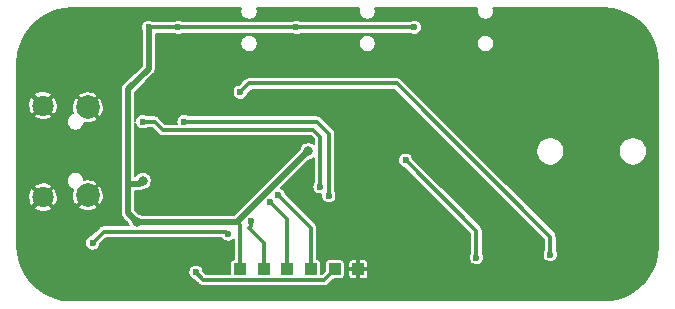
<source format=gbr>
%TF.GenerationSoftware,KiCad,Pcbnew,(5.1.9)-1*%
%TF.CreationDate,2021-12-06T20:25:47-06:00*%
%TF.ProjectId,microkfd,6d696372-6f6b-4666-942e-6b696361645f,A*%
%TF.SameCoordinates,Original*%
%TF.FileFunction,Copper,L2,Bot*%
%TF.FilePolarity,Positive*%
%FSLAX46Y46*%
G04 Gerber Fmt 4.6, Leading zero omitted, Abs format (unit mm)*
G04 Created by KiCad (PCBNEW (5.1.9)-1) date 2021-12-06 20:25:47*
%MOMM*%
%LPD*%
G01*
G04 APERTURE LIST*
%TA.AperFunction,ComponentPad*%
%ADD10C,2.000000*%
%TD*%
%TA.AperFunction,ComponentPad*%
%ADD11C,1.800000*%
%TD*%
%TA.AperFunction,SMDPad,CuDef*%
%ADD12R,1.000000X1.000000*%
%TD*%
%TA.AperFunction,ViaPad*%
%ADD13C,0.600000*%
%TD*%
%TA.AperFunction,ViaPad*%
%ADD14C,0.800000*%
%TD*%
%TA.AperFunction,Conductor*%
%ADD15C,0.375000*%
%TD*%
%TA.AperFunction,Conductor*%
%ADD16C,0.500000*%
%TD*%
%TA.AperFunction,Conductor*%
%ADD17C,0.200000*%
%TD*%
%TA.AperFunction,Conductor*%
%ADD18C,0.100000*%
%TD*%
G04 APERTURE END LIST*
D10*
%TO.P,J1,6*%
%TO.N,GND*%
X96350000Y-96275000D03*
X96350000Y-103725000D03*
D11*
X92550000Y-96125000D03*
X92550000Y-103875000D03*
%TD*%
D12*
%TO.P,TP1,1*%
%TO.N,MOSI*%
X113250000Y-110000000D03*
%TD*%
%TO.P,TP2,1*%
%TO.N,SCK*%
X115250000Y-110000000D03*
%TD*%
%TO.P,TP3,1*%
%TO.N,MISO*%
X111250000Y-110000000D03*
%TD*%
%TO.P,TP4,1*%
%TO.N,RST*%
X117250000Y-110000000D03*
%TD*%
%TO.P,TP5,1*%
%TO.N,+5V*%
X109250000Y-110000000D03*
%TD*%
%TO.P,TP6,1*%
%TO.N,GND*%
X119250000Y-110000000D03*
%TD*%
D13*
%TO.N,GND*%
X144000000Y-92250000D03*
X140500000Y-88250000D03*
X142500000Y-89000000D03*
X143250000Y-90000000D03*
X143750000Y-91000000D03*
X141500000Y-88500000D03*
X91000000Y-97500000D03*
X91000000Y-98500000D03*
X91000000Y-99500000D03*
X91000000Y-100500000D03*
X91000000Y-101500000D03*
X91000000Y-102500000D03*
X91000000Y-106250000D03*
X91000000Y-107250000D03*
X91000000Y-108250000D03*
X91000000Y-93750000D03*
X91000000Y-92750000D03*
X91000000Y-91750000D03*
X100250000Y-107500000D03*
X94750000Y-103750000D03*
X94750000Y-100750000D03*
X111000000Y-90250000D03*
X109000000Y-90250000D03*
X119000000Y-90250000D03*
X121000000Y-90250000D03*
X129000000Y-90250000D03*
X131000000Y-90250000D03*
X111750000Y-93000000D03*
X110750000Y-99250000D03*
X96250000Y-93500000D03*
X97500000Y-93500000D03*
X98750000Y-93500000D03*
X107250000Y-93250000D03*
X106250000Y-93250000D03*
X105250000Y-93250000D03*
X104250000Y-93250000D03*
X103250000Y-93250000D03*
X103000000Y-101500000D03*
X104000000Y-101500000D03*
X105000000Y-101500000D03*
X103500000Y-102250000D03*
X104500000Y-102250000D03*
X102500000Y-102250000D03*
X105500000Y-102250000D03*
X91250000Y-90750000D03*
X91750000Y-89750000D03*
X92500000Y-89000000D03*
X91250000Y-109500000D03*
X95000000Y-112250000D03*
X96000000Y-112250000D03*
X97000000Y-112250000D03*
X98000000Y-112250000D03*
X99000000Y-112250000D03*
X100000000Y-112250000D03*
X101000000Y-112250000D03*
X102000000Y-112250000D03*
X140000000Y-112250000D03*
X139000000Y-112250000D03*
X138000000Y-112250000D03*
X137000000Y-112250000D03*
X136000000Y-112250000D03*
X135000000Y-112250000D03*
X134000000Y-112250000D03*
X133000000Y-112250000D03*
X132000000Y-112250000D03*
X131000000Y-112250000D03*
X130000000Y-112250000D03*
X129000000Y-112250000D03*
X128000000Y-112250000D03*
X127000000Y-112250000D03*
X126000000Y-112250000D03*
X125000000Y-112250000D03*
X124000000Y-112250000D03*
X123000000Y-112250000D03*
X122000000Y-112250000D03*
X121000000Y-112250000D03*
X120000000Y-112250000D03*
X119000000Y-112250000D03*
X144000000Y-107500000D03*
X144000000Y-106500000D03*
X144000000Y-105500000D03*
X144000000Y-104500000D03*
X144000000Y-103500000D03*
X144000000Y-102500000D03*
X144000000Y-101500000D03*
X141250000Y-112000000D03*
X142250000Y-111500000D03*
X143250000Y-110750000D03*
X143750000Y-109750000D03*
X144000000Y-108750000D03*
X144000000Y-100500000D03*
X144000000Y-99500000D03*
X144000000Y-98500000D03*
X144000000Y-93500000D03*
X139500000Y-88250000D03*
X138500000Y-88250000D03*
X137500000Y-88250000D03*
X136500000Y-88250000D03*
X135500000Y-88250000D03*
X134500000Y-88250000D03*
X94500000Y-88250000D03*
X95500000Y-88250000D03*
X96500000Y-88250000D03*
X101500000Y-88250000D03*
X102500000Y-88250000D03*
X103500000Y-88250000D03*
X117500000Y-96000000D03*
X116500000Y-96000000D03*
X115500000Y-96000000D03*
X114500000Y-96000000D03*
X113500000Y-96000000D03*
X114000000Y-96750000D03*
X115000000Y-96750000D03*
X116000000Y-96750000D03*
X117000000Y-96750000D03*
X119000000Y-97500000D03*
X119000000Y-98500000D03*
X119000000Y-99500000D03*
X119000000Y-100500000D03*
X119000000Y-101500000D03*
X118250000Y-101000000D03*
X118250000Y-100000000D03*
X118250000Y-99000000D03*
X118250000Y-98000000D03*
X118250000Y-102000000D03*
X111750000Y-99250000D03*
X112750000Y-99250000D03*
X112250000Y-100000000D03*
X111250000Y-100000000D03*
X93500000Y-88500000D03*
X108000000Y-112250000D03*
X104000000Y-112250000D03*
X109000000Y-112250000D03*
X106000000Y-112250000D03*
X107000000Y-112250000D03*
X105000000Y-112250000D03*
X103000000Y-112250000D03*
X120250000Y-105250000D03*
X120250000Y-106250000D03*
X121250000Y-105250000D03*
X121250000Y-106250000D03*
%TO.N,+5V*%
X114000000Y-89500000D03*
X124000000Y-89500000D03*
X101500000Y-89500000D03*
X104000000Y-89500000D03*
D14*
X115000000Y-100000000D03*
X101000000Y-102500000D03*
X100500000Y-106000000D03*
D13*
%TO.N,I2C_SDA*%
X116750000Y-103750000D03*
X104500000Y-97500000D03*
%TO.N,I2C_SCL*%
X116000000Y-103000000D03*
X101000000Y-97500000D03*
%TO.N,LED_PWR*%
X96750000Y-107750000D03*
X108250000Y-107000000D03*
%TO.N,LED_SNS*%
X123250000Y-100750000D03*
X129250000Y-109000000D03*
%TO.N,LED_ACT*%
X109250000Y-95000000D03*
X135500000Y-108750000D03*
%TO.N,MISO*%
X110155331Y-105905331D03*
%TO.N,SCK*%
X112477168Y-103727168D03*
%TO.N,MOSI*%
X111780331Y-104280331D03*
%TO.N,RST*%
X105500000Y-110250000D03*
%TD*%
D15*
%TO.N,+5V*%
X104500000Y-89500000D02*
X114000000Y-89500000D01*
X114000000Y-89500000D02*
X124000000Y-89500000D01*
X104500000Y-89500000D02*
X101500000Y-89500000D01*
D16*
X101500000Y-89500000D02*
X101500000Y-93000000D01*
X99750000Y-94750000D02*
X99750000Y-102750000D01*
X101500000Y-93000000D02*
X99750000Y-94750000D01*
X99750000Y-102750000D02*
X99750000Y-105250000D01*
X99750000Y-105250000D02*
X100500000Y-106000000D01*
X100500000Y-106000000D02*
X109000000Y-106000000D01*
X109000000Y-106000000D02*
X115000000Y-100000000D01*
X100750000Y-102750000D02*
X101000000Y-102500000D01*
X99750000Y-102750000D02*
X100750000Y-102750000D01*
X100500000Y-106000000D02*
X100500000Y-106000000D01*
D15*
%TO.N,I2C_SDA*%
X116750000Y-103750000D02*
X116750000Y-98500000D01*
X115750000Y-97500000D02*
X104500000Y-97500000D01*
X116750000Y-98500000D02*
X115750000Y-97500000D01*
%TO.N,I2C_SCL*%
X116000000Y-103000000D02*
X116000000Y-98750000D01*
X115437501Y-98187501D02*
X102687501Y-98187501D01*
X116000000Y-98750000D02*
X115437501Y-98187501D01*
X102000000Y-97500000D02*
X101000000Y-97500000D01*
X102687501Y-98187501D02*
X102000000Y-97500000D01*
%TO.N,+5V*%
X109250000Y-106250000D02*
X109000000Y-106000000D01*
X109250000Y-110000000D02*
X109250000Y-106250000D01*
%TO.N,LED_PWR*%
X97687501Y-106812499D02*
X108062499Y-106812499D01*
X108062499Y-106812499D02*
X108250000Y-107000000D01*
X96750000Y-107750000D02*
X97687501Y-106812499D01*
%TO.N,LED_SNS*%
X129250000Y-106750000D02*
X129250000Y-109000000D01*
X123250000Y-100750000D02*
X129250000Y-106750000D01*
%TO.N,LED_ACT*%
X109250000Y-95000000D02*
X110000000Y-94250000D01*
X110000000Y-94250000D02*
X122500000Y-94250000D01*
X122500000Y-94250000D02*
X135500000Y-107250000D01*
X135500000Y-107250000D02*
X135500000Y-108750000D01*
%TO.N,MISO*%
X111250000Y-107750000D02*
X110000000Y-106500000D01*
X111250000Y-110000000D02*
X111250000Y-107750000D01*
X110155331Y-106344669D02*
X110000000Y-106500000D01*
X110155331Y-105905331D02*
X110155331Y-106344669D01*
%TO.N,SCK*%
X115250000Y-106500000D02*
X112477168Y-103727168D01*
X115250000Y-110000000D02*
X115250000Y-106500000D01*
%TO.N,MOSI*%
X113250000Y-105750000D02*
X111780331Y-104280331D01*
X113250000Y-110000000D02*
X113250000Y-105750000D01*
%TO.N,RST*%
X106137501Y-110887501D02*
X105500000Y-110250000D01*
X116362499Y-110887501D02*
X106137501Y-110887501D01*
X117250000Y-110000000D02*
X116362499Y-110887501D01*
%TD*%
D17*
%TO.N,GND*%
X109302861Y-87913525D02*
X109275000Y-88053594D01*
X109275000Y-88196406D01*
X109302861Y-88336475D01*
X109357513Y-88468416D01*
X109436856Y-88587161D01*
X109537839Y-88688144D01*
X109656584Y-88767487D01*
X109788525Y-88822139D01*
X109928594Y-88850000D01*
X110071406Y-88850000D01*
X110211475Y-88822139D01*
X110343416Y-88767487D01*
X110462161Y-88688144D01*
X110563144Y-88587161D01*
X110642487Y-88468416D01*
X110697139Y-88336475D01*
X110725000Y-88196406D01*
X110725000Y-88053594D01*
X110697139Y-87913525D01*
X110681181Y-87875000D01*
X119318819Y-87875000D01*
X119302861Y-87913525D01*
X119275000Y-88053594D01*
X119275000Y-88196406D01*
X119302861Y-88336475D01*
X119357513Y-88468416D01*
X119436856Y-88587161D01*
X119537839Y-88688144D01*
X119656584Y-88767487D01*
X119788525Y-88822139D01*
X119928594Y-88850000D01*
X120071406Y-88850000D01*
X120211475Y-88822139D01*
X120343416Y-88767487D01*
X120462161Y-88688144D01*
X120563144Y-88587161D01*
X120642487Y-88468416D01*
X120697139Y-88336475D01*
X120725000Y-88196406D01*
X120725000Y-88053594D01*
X120697139Y-87913525D01*
X120681181Y-87875000D01*
X129318819Y-87875000D01*
X129302861Y-87913525D01*
X129275000Y-88053594D01*
X129275000Y-88196406D01*
X129302861Y-88336475D01*
X129357513Y-88468416D01*
X129436856Y-88587161D01*
X129537839Y-88688144D01*
X129656584Y-88767487D01*
X129788525Y-88822139D01*
X129928594Y-88850000D01*
X130071406Y-88850000D01*
X130211475Y-88822139D01*
X130343416Y-88767487D01*
X130462161Y-88688144D01*
X130563144Y-88587161D01*
X130642487Y-88468416D01*
X130697139Y-88336475D01*
X130725000Y-88196406D01*
X130725000Y-88053594D01*
X130697139Y-87913525D01*
X130681181Y-87875000D01*
X139983304Y-87875000D01*
X140818752Y-87949562D01*
X141611628Y-88166468D01*
X142353558Y-88520351D01*
X143021098Y-89000027D01*
X143593140Y-89590329D01*
X144051613Y-90272609D01*
X144382016Y-91025289D01*
X144574603Y-91827470D01*
X144625001Y-92513765D01*
X144625000Y-107983304D01*
X144550438Y-108818752D01*
X144333533Y-109611622D01*
X143979649Y-110353558D01*
X143499973Y-111021098D01*
X142909671Y-111593140D01*
X142227391Y-112051613D01*
X141474714Y-112382015D01*
X140672530Y-112574603D01*
X139986249Y-112625000D01*
X95016696Y-112625000D01*
X94181248Y-112550438D01*
X93388378Y-112333533D01*
X92646442Y-111979649D01*
X91978902Y-111499973D01*
X91406860Y-110909671D01*
X90948387Y-110227391D01*
X90617985Y-109474714D01*
X90425397Y-108672530D01*
X90375000Y-107986249D01*
X90375000Y-107685981D01*
X96100000Y-107685981D01*
X96100000Y-107814019D01*
X96124979Y-107939598D01*
X96173978Y-108057890D01*
X96245112Y-108164351D01*
X96335649Y-108254888D01*
X96442110Y-108326022D01*
X96560402Y-108375021D01*
X96685981Y-108400000D01*
X96814019Y-108400000D01*
X96939598Y-108375021D01*
X97057890Y-108326022D01*
X97164351Y-108254888D01*
X97254888Y-108164351D01*
X97326022Y-108057890D01*
X97375021Y-107939598D01*
X97388548Y-107871591D01*
X97910141Y-107349999D01*
X107702114Y-107349999D01*
X107745112Y-107414351D01*
X107835649Y-107504888D01*
X107942110Y-107576022D01*
X108060402Y-107625021D01*
X108185981Y-107650000D01*
X108314019Y-107650000D01*
X108439598Y-107625021D01*
X108557890Y-107576022D01*
X108664351Y-107504888D01*
X108712501Y-107456738D01*
X108712500Y-109152001D01*
X108681388Y-109155065D01*
X108615413Y-109175078D01*
X108554610Y-109207578D01*
X108501315Y-109251315D01*
X108457578Y-109304610D01*
X108425078Y-109365413D01*
X108405065Y-109431388D01*
X108398307Y-109500000D01*
X108398307Y-110350001D01*
X106360141Y-110350001D01*
X106138548Y-110128409D01*
X106125021Y-110060402D01*
X106076022Y-109942110D01*
X106004888Y-109835649D01*
X105914351Y-109745112D01*
X105807890Y-109673978D01*
X105689598Y-109624979D01*
X105564019Y-109600000D01*
X105435981Y-109600000D01*
X105310402Y-109624979D01*
X105192110Y-109673978D01*
X105085649Y-109745112D01*
X104995112Y-109835649D01*
X104923978Y-109942110D01*
X104874979Y-110060402D01*
X104850000Y-110185981D01*
X104850000Y-110314019D01*
X104874979Y-110439598D01*
X104923978Y-110557890D01*
X104995112Y-110664351D01*
X105085649Y-110754888D01*
X105192110Y-110826022D01*
X105310402Y-110875021D01*
X105378409Y-110888548D01*
X105738768Y-111248908D01*
X105755593Y-111269409D01*
X105776093Y-111286233D01*
X105776097Y-111286237D01*
X105815527Y-111318596D01*
X105837438Y-111336578D01*
X105873318Y-111355756D01*
X105930813Y-111386488D01*
X106032132Y-111417223D01*
X106041404Y-111418136D01*
X106111103Y-111425001D01*
X106111111Y-111425001D01*
X106137501Y-111427600D01*
X106163891Y-111425001D01*
X116336111Y-111425001D01*
X116362499Y-111427600D01*
X116388887Y-111425001D01*
X116388897Y-111425001D01*
X116467867Y-111417223D01*
X116569186Y-111386488D01*
X116662562Y-111336578D01*
X116744407Y-111269409D01*
X116761236Y-111248903D01*
X117158446Y-110851693D01*
X117750000Y-110851693D01*
X117818612Y-110844935D01*
X117884587Y-110824922D01*
X117945390Y-110792422D01*
X117998685Y-110748685D01*
X118042422Y-110695390D01*
X118074922Y-110634587D01*
X118094935Y-110568612D01*
X118101693Y-110500000D01*
X118398306Y-110500000D01*
X118405064Y-110568612D01*
X118425077Y-110634587D01*
X118457577Y-110695391D01*
X118501315Y-110748685D01*
X118554609Y-110792423D01*
X118615413Y-110824923D01*
X118681388Y-110844936D01*
X118750000Y-110851694D01*
X119075000Y-110850000D01*
X119162500Y-110762500D01*
X119162500Y-110087500D01*
X119337500Y-110087500D01*
X119337500Y-110762500D01*
X119425000Y-110850000D01*
X119750000Y-110851694D01*
X119818612Y-110844936D01*
X119884587Y-110824923D01*
X119945391Y-110792423D01*
X119998685Y-110748685D01*
X120042423Y-110695391D01*
X120074923Y-110634587D01*
X120094936Y-110568612D01*
X120101694Y-110500000D01*
X120100000Y-110175000D01*
X120012500Y-110087500D01*
X119337500Y-110087500D01*
X119162500Y-110087500D01*
X118487500Y-110087500D01*
X118400000Y-110175000D01*
X118398306Y-110500000D01*
X118101693Y-110500000D01*
X118101693Y-109500000D01*
X118398306Y-109500000D01*
X118400000Y-109825000D01*
X118487500Y-109912500D01*
X119162500Y-109912500D01*
X119162500Y-109237500D01*
X119337500Y-109237500D01*
X119337500Y-109912500D01*
X120012500Y-109912500D01*
X120100000Y-109825000D01*
X120101694Y-109500000D01*
X120094936Y-109431388D01*
X120074923Y-109365413D01*
X120042423Y-109304609D01*
X119998685Y-109251315D01*
X119945391Y-109207577D01*
X119884587Y-109175077D01*
X119818612Y-109155064D01*
X119750000Y-109148306D01*
X119425000Y-109150000D01*
X119337500Y-109237500D01*
X119162500Y-109237500D01*
X119075000Y-109150000D01*
X118750000Y-109148306D01*
X118681388Y-109155064D01*
X118615413Y-109175077D01*
X118554609Y-109207577D01*
X118501315Y-109251315D01*
X118457577Y-109304609D01*
X118425077Y-109365413D01*
X118405064Y-109431388D01*
X118398306Y-109500000D01*
X118101693Y-109500000D01*
X118094935Y-109431388D01*
X118074922Y-109365413D01*
X118042422Y-109304610D01*
X117998685Y-109251315D01*
X117945390Y-109207578D01*
X117884587Y-109175078D01*
X117818612Y-109155065D01*
X117750000Y-109148307D01*
X116750000Y-109148307D01*
X116681388Y-109155065D01*
X116615413Y-109175078D01*
X116554610Y-109207578D01*
X116501315Y-109251315D01*
X116457578Y-109304610D01*
X116425078Y-109365413D01*
X116405065Y-109431388D01*
X116398307Y-109500000D01*
X116398307Y-110091554D01*
X116139860Y-110350001D01*
X116101693Y-110350001D01*
X116101693Y-109500000D01*
X116094935Y-109431388D01*
X116074922Y-109365413D01*
X116042422Y-109304610D01*
X115998685Y-109251315D01*
X115945390Y-109207578D01*
X115884587Y-109175078D01*
X115818612Y-109155065D01*
X115787500Y-109152001D01*
X115787500Y-106526390D01*
X115790099Y-106500000D01*
X115787500Y-106473610D01*
X115787500Y-106473602D01*
X115779722Y-106394632D01*
X115777891Y-106388596D01*
X115748987Y-106293312D01*
X115709949Y-106220278D01*
X115699077Y-106199937D01*
X115688394Y-106186919D01*
X115648736Y-106138596D01*
X115648732Y-106138592D01*
X115631908Y-106118092D01*
X115611408Y-106101268D01*
X113115716Y-103605577D01*
X113102189Y-103537570D01*
X113053190Y-103419278D01*
X112982056Y-103312817D01*
X112891519Y-103222280D01*
X112785058Y-103151146D01*
X112723062Y-103125466D01*
X115104652Y-100743877D01*
X115218767Y-100721178D01*
X115355258Y-100664641D01*
X115462501Y-100592984D01*
X115462500Y-102634457D01*
X115423978Y-102692110D01*
X115374979Y-102810402D01*
X115350000Y-102935981D01*
X115350000Y-103064019D01*
X115374979Y-103189598D01*
X115423978Y-103307890D01*
X115495112Y-103414351D01*
X115585649Y-103504888D01*
X115692110Y-103576022D01*
X115810402Y-103625021D01*
X115935981Y-103650000D01*
X116064019Y-103650000D01*
X116108934Y-103641066D01*
X116100000Y-103685981D01*
X116100000Y-103814019D01*
X116124979Y-103939598D01*
X116173978Y-104057890D01*
X116245112Y-104164351D01*
X116335649Y-104254888D01*
X116442110Y-104326022D01*
X116560402Y-104375021D01*
X116685981Y-104400000D01*
X116814019Y-104400000D01*
X116939598Y-104375021D01*
X117057890Y-104326022D01*
X117164351Y-104254888D01*
X117254888Y-104164351D01*
X117326022Y-104057890D01*
X117375021Y-103939598D01*
X117400000Y-103814019D01*
X117400000Y-103685981D01*
X117375021Y-103560402D01*
X117326022Y-103442110D01*
X117287500Y-103384457D01*
X117287500Y-100685981D01*
X122600000Y-100685981D01*
X122600000Y-100814019D01*
X122624979Y-100939598D01*
X122673978Y-101057890D01*
X122745112Y-101164351D01*
X122835649Y-101254888D01*
X122942110Y-101326022D01*
X123060402Y-101375021D01*
X123128409Y-101388548D01*
X128712500Y-106972639D01*
X128712501Y-108634456D01*
X128673978Y-108692110D01*
X128624979Y-108810402D01*
X128600000Y-108935981D01*
X128600000Y-109064019D01*
X128624979Y-109189598D01*
X128673978Y-109307890D01*
X128745112Y-109414351D01*
X128835649Y-109504888D01*
X128942110Y-109576022D01*
X129060402Y-109625021D01*
X129185981Y-109650000D01*
X129314019Y-109650000D01*
X129439598Y-109625021D01*
X129557890Y-109576022D01*
X129664351Y-109504888D01*
X129754888Y-109414351D01*
X129826022Y-109307890D01*
X129875021Y-109189598D01*
X129900000Y-109064019D01*
X129900000Y-108935981D01*
X129875021Y-108810402D01*
X129826022Y-108692110D01*
X129787500Y-108634457D01*
X129787500Y-106776387D01*
X129790099Y-106749999D01*
X129787500Y-106723611D01*
X129787500Y-106723602D01*
X129779722Y-106644632D01*
X129748987Y-106543313D01*
X129699077Y-106449937D01*
X129631908Y-106368092D01*
X129611402Y-106351263D01*
X123888548Y-100628409D01*
X123875021Y-100560402D01*
X123826022Y-100442110D01*
X123754888Y-100335649D01*
X123664351Y-100245112D01*
X123557890Y-100173978D01*
X123439598Y-100124979D01*
X123314019Y-100100000D01*
X123185981Y-100100000D01*
X123060402Y-100124979D01*
X122942110Y-100173978D01*
X122835649Y-100245112D01*
X122745112Y-100335649D01*
X122673978Y-100442110D01*
X122624979Y-100560402D01*
X122600000Y-100685981D01*
X117287500Y-100685981D01*
X117287500Y-98526390D01*
X117290099Y-98500000D01*
X117287500Y-98473610D01*
X117287500Y-98473602D01*
X117279722Y-98394632D01*
X117279722Y-98394631D01*
X117248987Y-98293312D01*
X117199076Y-98199936D01*
X117148736Y-98138596D01*
X117148732Y-98138592D01*
X117131908Y-98118092D01*
X117111408Y-98101268D01*
X116148737Y-97138598D01*
X116131908Y-97118092D01*
X116050063Y-97050923D01*
X115956687Y-97001013D01*
X115855368Y-96970278D01*
X115776398Y-96962500D01*
X115776388Y-96962500D01*
X115750000Y-96959901D01*
X115723612Y-96962500D01*
X104865543Y-96962500D01*
X104807890Y-96923978D01*
X104689598Y-96874979D01*
X104564019Y-96850000D01*
X104435981Y-96850000D01*
X104310402Y-96874979D01*
X104192110Y-96923978D01*
X104085649Y-96995112D01*
X103995112Y-97085649D01*
X103923978Y-97192110D01*
X103874979Y-97310402D01*
X103850000Y-97435981D01*
X103850000Y-97564019D01*
X103867103Y-97650001D01*
X102910140Y-97650001D01*
X102398737Y-97138598D01*
X102381908Y-97118092D01*
X102300063Y-97050923D01*
X102206687Y-97001013D01*
X102105368Y-96970278D01*
X102026398Y-96962500D01*
X102026388Y-96962500D01*
X102000000Y-96959901D01*
X101973612Y-96962500D01*
X101365543Y-96962500D01*
X101307890Y-96923978D01*
X101189598Y-96874979D01*
X101064019Y-96850000D01*
X100935981Y-96850000D01*
X100810402Y-96874979D01*
X100692110Y-96923978D01*
X100585649Y-96995112D01*
X100495112Y-97085649D01*
X100423978Y-97192110D01*
X100374979Y-97310402D01*
X100350000Y-97435981D01*
X100350000Y-94998527D01*
X100412546Y-94935981D01*
X108600000Y-94935981D01*
X108600000Y-95064019D01*
X108624979Y-95189598D01*
X108673978Y-95307890D01*
X108745112Y-95414351D01*
X108835649Y-95504888D01*
X108942110Y-95576022D01*
X109060402Y-95625021D01*
X109185981Y-95650000D01*
X109314019Y-95650000D01*
X109439598Y-95625021D01*
X109557890Y-95576022D01*
X109664351Y-95504888D01*
X109754888Y-95414351D01*
X109826022Y-95307890D01*
X109875021Y-95189598D01*
X109888548Y-95121591D01*
X110222639Y-94787500D01*
X122277361Y-94787500D01*
X134962500Y-107472639D01*
X134962501Y-108384456D01*
X134923978Y-108442110D01*
X134874979Y-108560402D01*
X134850000Y-108685981D01*
X134850000Y-108814019D01*
X134874979Y-108939598D01*
X134923978Y-109057890D01*
X134995112Y-109164351D01*
X135085649Y-109254888D01*
X135192110Y-109326022D01*
X135310402Y-109375021D01*
X135435981Y-109400000D01*
X135564019Y-109400000D01*
X135689598Y-109375021D01*
X135807890Y-109326022D01*
X135914351Y-109254888D01*
X136004888Y-109164351D01*
X136076022Y-109057890D01*
X136125021Y-108939598D01*
X136150000Y-108814019D01*
X136150000Y-108685981D01*
X136125021Y-108560402D01*
X136076022Y-108442110D01*
X136037500Y-108384457D01*
X136037500Y-107276387D01*
X136040099Y-107249999D01*
X136037500Y-107223611D01*
X136037500Y-107223602D01*
X136029722Y-107144632D01*
X135998987Y-107043313D01*
X135949077Y-106949937D01*
X135881908Y-106868092D01*
X135861402Y-106851263D01*
X128891949Y-99881810D01*
X134300000Y-99881810D01*
X134300000Y-100118190D01*
X134346116Y-100350027D01*
X134436574Y-100568413D01*
X134567899Y-100764955D01*
X134735045Y-100932101D01*
X134931587Y-101063426D01*
X135149973Y-101153884D01*
X135381810Y-101200000D01*
X135618190Y-101200000D01*
X135850027Y-101153884D01*
X136068413Y-101063426D01*
X136264955Y-100932101D01*
X136432101Y-100764955D01*
X136563426Y-100568413D01*
X136653884Y-100350027D01*
X136700000Y-100118190D01*
X136700000Y-99881810D01*
X141300000Y-99881810D01*
X141300000Y-100118190D01*
X141346116Y-100350027D01*
X141436574Y-100568413D01*
X141567899Y-100764955D01*
X141735045Y-100932101D01*
X141931587Y-101063426D01*
X142149973Y-101153884D01*
X142381810Y-101200000D01*
X142618190Y-101200000D01*
X142850027Y-101153884D01*
X143068413Y-101063426D01*
X143264955Y-100932101D01*
X143432101Y-100764955D01*
X143563426Y-100568413D01*
X143653884Y-100350027D01*
X143700000Y-100118190D01*
X143700000Y-99881810D01*
X143653884Y-99649973D01*
X143563426Y-99431587D01*
X143432101Y-99235045D01*
X143264955Y-99067899D01*
X143068413Y-98936574D01*
X142850027Y-98846116D01*
X142618190Y-98800000D01*
X142381810Y-98800000D01*
X142149973Y-98846116D01*
X141931587Y-98936574D01*
X141735045Y-99067899D01*
X141567899Y-99235045D01*
X141436574Y-99431587D01*
X141346116Y-99649973D01*
X141300000Y-99881810D01*
X136700000Y-99881810D01*
X136653884Y-99649973D01*
X136563426Y-99431587D01*
X136432101Y-99235045D01*
X136264955Y-99067899D01*
X136068413Y-98936574D01*
X135850027Y-98846116D01*
X135618190Y-98800000D01*
X135381810Y-98800000D01*
X135149973Y-98846116D01*
X134931587Y-98936574D01*
X134735045Y-99067899D01*
X134567899Y-99235045D01*
X134436574Y-99431587D01*
X134346116Y-99649973D01*
X134300000Y-99881810D01*
X128891949Y-99881810D01*
X122898737Y-93888598D01*
X122881908Y-93868092D01*
X122800063Y-93800923D01*
X122706687Y-93751013D01*
X122605368Y-93720278D01*
X122526398Y-93712500D01*
X122526388Y-93712500D01*
X122500000Y-93709901D01*
X122473612Y-93712500D01*
X110026387Y-93712500D01*
X109999999Y-93709901D01*
X109973611Y-93712500D01*
X109973602Y-93712500D01*
X109894632Y-93720278D01*
X109793313Y-93751013D01*
X109699937Y-93800923D01*
X109618092Y-93868092D01*
X109601263Y-93888598D01*
X109128409Y-94361452D01*
X109060402Y-94374979D01*
X108942110Y-94423978D01*
X108835649Y-94495112D01*
X108745112Y-94585649D01*
X108673978Y-94692110D01*
X108624979Y-94810402D01*
X108600000Y-94935981D01*
X100412546Y-94935981D01*
X101903419Y-93445109D01*
X101926317Y-93426317D01*
X102001296Y-93334955D01*
X102057010Y-93230721D01*
X102091318Y-93117621D01*
X102100000Y-93029474D01*
X102102903Y-93000000D01*
X102100000Y-92970526D01*
X102100000Y-90803594D01*
X109275000Y-90803594D01*
X109275000Y-90946406D01*
X109302861Y-91086475D01*
X109357513Y-91218416D01*
X109436856Y-91337161D01*
X109537839Y-91438144D01*
X109656584Y-91517487D01*
X109788525Y-91572139D01*
X109928594Y-91600000D01*
X110071406Y-91600000D01*
X110211475Y-91572139D01*
X110343416Y-91517487D01*
X110462161Y-91438144D01*
X110563144Y-91337161D01*
X110642487Y-91218416D01*
X110697139Y-91086475D01*
X110725000Y-90946406D01*
X110725000Y-90803594D01*
X119275000Y-90803594D01*
X119275000Y-90946406D01*
X119302861Y-91086475D01*
X119357513Y-91218416D01*
X119436856Y-91337161D01*
X119537839Y-91438144D01*
X119656584Y-91517487D01*
X119788525Y-91572139D01*
X119928594Y-91600000D01*
X120071406Y-91600000D01*
X120211475Y-91572139D01*
X120343416Y-91517487D01*
X120462161Y-91438144D01*
X120563144Y-91337161D01*
X120642487Y-91218416D01*
X120697139Y-91086475D01*
X120725000Y-90946406D01*
X120725000Y-90803594D01*
X129275000Y-90803594D01*
X129275000Y-90946406D01*
X129302861Y-91086475D01*
X129357513Y-91218416D01*
X129436856Y-91337161D01*
X129537839Y-91438144D01*
X129656584Y-91517487D01*
X129788525Y-91572139D01*
X129928594Y-91600000D01*
X130071406Y-91600000D01*
X130211475Y-91572139D01*
X130343416Y-91517487D01*
X130462161Y-91438144D01*
X130563144Y-91337161D01*
X130642487Y-91218416D01*
X130697139Y-91086475D01*
X130725000Y-90946406D01*
X130725000Y-90803594D01*
X130697139Y-90663525D01*
X130642487Y-90531584D01*
X130563144Y-90412839D01*
X130462161Y-90311856D01*
X130343416Y-90232513D01*
X130211475Y-90177861D01*
X130071406Y-90150000D01*
X129928594Y-90150000D01*
X129788525Y-90177861D01*
X129656584Y-90232513D01*
X129537839Y-90311856D01*
X129436856Y-90412839D01*
X129357513Y-90531584D01*
X129302861Y-90663525D01*
X129275000Y-90803594D01*
X120725000Y-90803594D01*
X120697139Y-90663525D01*
X120642487Y-90531584D01*
X120563144Y-90412839D01*
X120462161Y-90311856D01*
X120343416Y-90232513D01*
X120211475Y-90177861D01*
X120071406Y-90150000D01*
X119928594Y-90150000D01*
X119788525Y-90177861D01*
X119656584Y-90232513D01*
X119537839Y-90311856D01*
X119436856Y-90412839D01*
X119357513Y-90531584D01*
X119302861Y-90663525D01*
X119275000Y-90803594D01*
X110725000Y-90803594D01*
X110697139Y-90663525D01*
X110642487Y-90531584D01*
X110563144Y-90412839D01*
X110462161Y-90311856D01*
X110343416Y-90232513D01*
X110211475Y-90177861D01*
X110071406Y-90150000D01*
X109928594Y-90150000D01*
X109788525Y-90177861D01*
X109656584Y-90232513D01*
X109537839Y-90311856D01*
X109436856Y-90412839D01*
X109357513Y-90531584D01*
X109302861Y-90663525D01*
X109275000Y-90803594D01*
X102100000Y-90803594D01*
X102100000Y-90037500D01*
X103634457Y-90037500D01*
X103692110Y-90076022D01*
X103810402Y-90125021D01*
X103935981Y-90150000D01*
X104064019Y-90150000D01*
X104189598Y-90125021D01*
X104307890Y-90076022D01*
X104365543Y-90037500D01*
X113634457Y-90037500D01*
X113692110Y-90076022D01*
X113810402Y-90125021D01*
X113935981Y-90150000D01*
X114064019Y-90150000D01*
X114189598Y-90125021D01*
X114307890Y-90076022D01*
X114365543Y-90037500D01*
X123634457Y-90037500D01*
X123692110Y-90076022D01*
X123810402Y-90125021D01*
X123935981Y-90150000D01*
X124064019Y-90150000D01*
X124189598Y-90125021D01*
X124307890Y-90076022D01*
X124414351Y-90004888D01*
X124504888Y-89914351D01*
X124576022Y-89807890D01*
X124625021Y-89689598D01*
X124650000Y-89564019D01*
X124650000Y-89435981D01*
X124625021Y-89310402D01*
X124576022Y-89192110D01*
X124504888Y-89085649D01*
X124414351Y-88995112D01*
X124307890Y-88923978D01*
X124189598Y-88874979D01*
X124064019Y-88850000D01*
X123935981Y-88850000D01*
X123810402Y-88874979D01*
X123692110Y-88923978D01*
X123634457Y-88962500D01*
X114365543Y-88962500D01*
X114307890Y-88923978D01*
X114189598Y-88874979D01*
X114064019Y-88850000D01*
X113935981Y-88850000D01*
X113810402Y-88874979D01*
X113692110Y-88923978D01*
X113634457Y-88962500D01*
X104365543Y-88962500D01*
X104307890Y-88923978D01*
X104189598Y-88874979D01*
X104064019Y-88850000D01*
X103935981Y-88850000D01*
X103810402Y-88874979D01*
X103692110Y-88923978D01*
X103634457Y-88962500D01*
X101865543Y-88962500D01*
X101807890Y-88923978D01*
X101689598Y-88874979D01*
X101564019Y-88850000D01*
X101435981Y-88850000D01*
X101310402Y-88874979D01*
X101192110Y-88923978D01*
X101085649Y-88995112D01*
X100995112Y-89085649D01*
X100923978Y-89192110D01*
X100874979Y-89310402D01*
X100850000Y-89435981D01*
X100850000Y-89564019D01*
X100874979Y-89689598D01*
X100900000Y-89750003D01*
X100900001Y-92751471D01*
X99346586Y-94304887D01*
X99323683Y-94323683D01*
X99248704Y-94415046D01*
X99192990Y-94519280D01*
X99165045Y-94611403D01*
X99158682Y-94632380D01*
X99147097Y-94750000D01*
X99150000Y-94779474D01*
X99150001Y-102720516D01*
X99147097Y-102750000D01*
X99150000Y-102779474D01*
X99150001Y-105220517D01*
X99147097Y-105250000D01*
X99158682Y-105367620D01*
X99192991Y-105480721D01*
X99248705Y-105584955D01*
X99323684Y-105676317D01*
X99346581Y-105695108D01*
X99756123Y-106104650D01*
X99778822Y-106218767D01*
X99802114Y-106274999D01*
X97713891Y-106274999D01*
X97687501Y-106272400D01*
X97661111Y-106274999D01*
X97661103Y-106274999D01*
X97591404Y-106281864D01*
X97582132Y-106282777D01*
X97480813Y-106313512D01*
X97430903Y-106340190D01*
X97387438Y-106363422D01*
X97387436Y-106363423D01*
X97387437Y-106363423D01*
X97326097Y-106413763D01*
X97326093Y-106413767D01*
X97305593Y-106430591D01*
X97288769Y-106451092D01*
X96628409Y-107111452D01*
X96560402Y-107124979D01*
X96442110Y-107173978D01*
X96335649Y-107245112D01*
X96245112Y-107335649D01*
X96173978Y-107442110D01*
X96124979Y-107560402D01*
X96100000Y-107685981D01*
X90375000Y-107685981D01*
X90375000Y-104760840D01*
X91787904Y-104760840D01*
X91884296Y-104940128D01*
X92104883Y-105049534D01*
X92342577Y-105113804D01*
X92588240Y-105130467D01*
X92832435Y-105098883D01*
X93065776Y-105020266D01*
X93215704Y-104940128D01*
X93312096Y-104760840D01*
X93233334Y-104682078D01*
X95516666Y-104682078D01*
X95625100Y-104871603D01*
X95862720Y-104990993D01*
X96119066Y-105061730D01*
X96384286Y-105081098D01*
X96648189Y-105048352D01*
X96900633Y-104964751D01*
X97074900Y-104871603D01*
X97183334Y-104682078D01*
X96350000Y-103848744D01*
X95516666Y-104682078D01*
X93233334Y-104682078D01*
X92550000Y-103998744D01*
X91787904Y-104760840D01*
X90375000Y-104760840D01*
X90375000Y-103913240D01*
X91294533Y-103913240D01*
X91326117Y-104157435D01*
X91404734Y-104390776D01*
X91484872Y-104540704D01*
X91664160Y-104637096D01*
X92426256Y-103875000D01*
X92673744Y-103875000D01*
X93435840Y-104637096D01*
X93615128Y-104540704D01*
X93724534Y-104320117D01*
X93788804Y-104082423D01*
X93805467Y-103836760D01*
X93773883Y-103592565D01*
X93695266Y-103359224D01*
X93615128Y-103209296D01*
X93435840Y-103112904D01*
X92673744Y-103875000D01*
X92426256Y-103875000D01*
X91664160Y-103112904D01*
X91484872Y-103209296D01*
X91375466Y-103429883D01*
X91311196Y-103667577D01*
X91294533Y-103913240D01*
X90375000Y-103913240D01*
X90375000Y-102989160D01*
X91787904Y-102989160D01*
X92550000Y-103751256D01*
X93312096Y-102989160D01*
X93215704Y-102809872D01*
X92995117Y-102700466D01*
X92757423Y-102636196D01*
X92511760Y-102619533D01*
X92267565Y-102651117D01*
X92034224Y-102729734D01*
X91884296Y-102809872D01*
X91787904Y-102989160D01*
X90375000Y-102989160D01*
X90375000Y-102426131D01*
X94550000Y-102426131D01*
X94550000Y-102573869D01*
X94578822Y-102718767D01*
X94635359Y-102855258D01*
X94717437Y-102978097D01*
X94821903Y-103082563D01*
X94944742Y-103164641D01*
X95081233Y-103221178D01*
X95091311Y-103223183D01*
X95084007Y-103237720D01*
X95013270Y-103494066D01*
X94993902Y-103759286D01*
X95026648Y-104023189D01*
X95110249Y-104275633D01*
X95203397Y-104449900D01*
X95392922Y-104558334D01*
X96226256Y-103725000D01*
X96473744Y-103725000D01*
X97307078Y-104558334D01*
X97496603Y-104449900D01*
X97615993Y-104212280D01*
X97686730Y-103955934D01*
X97706098Y-103690714D01*
X97673352Y-103426811D01*
X97589751Y-103174367D01*
X97496603Y-103000100D01*
X97307078Y-102891666D01*
X96473744Y-103725000D01*
X96226256Y-103725000D01*
X96212114Y-103710858D01*
X96335858Y-103587114D01*
X96350000Y-103601256D01*
X97183334Y-102767922D01*
X97074900Y-102578397D01*
X96837280Y-102459007D01*
X96580934Y-102388270D01*
X96315714Y-102368902D01*
X96051811Y-102401648D01*
X96045543Y-102403724D01*
X96021178Y-102281233D01*
X95964641Y-102144742D01*
X95882563Y-102021903D01*
X95778097Y-101917437D01*
X95655258Y-101835359D01*
X95518767Y-101778822D01*
X95373869Y-101750000D01*
X95226131Y-101750000D01*
X95081233Y-101778822D01*
X94944742Y-101835359D01*
X94821903Y-101917437D01*
X94717437Y-102021903D01*
X94635359Y-102144742D01*
X94578822Y-102281233D01*
X94550000Y-102426131D01*
X90375000Y-102426131D01*
X90375000Y-97426131D01*
X94550000Y-97426131D01*
X94550000Y-97573869D01*
X94578822Y-97718767D01*
X94635359Y-97855258D01*
X94717437Y-97978097D01*
X94821903Y-98082563D01*
X94944742Y-98164641D01*
X95081233Y-98221178D01*
X95226131Y-98250000D01*
X95373869Y-98250000D01*
X95518767Y-98221178D01*
X95655258Y-98164641D01*
X95778097Y-98082563D01*
X95882563Y-97978097D01*
X95964641Y-97855258D01*
X96021178Y-97718767D01*
X96046455Y-97591693D01*
X96119066Y-97611730D01*
X96384286Y-97631098D01*
X96648189Y-97598352D01*
X96900633Y-97514751D01*
X97074900Y-97421603D01*
X97183334Y-97232078D01*
X96350000Y-96398744D01*
X96335858Y-96412886D01*
X96212114Y-96289142D01*
X96226256Y-96275000D01*
X96473744Y-96275000D01*
X97307078Y-97108334D01*
X97496603Y-96999900D01*
X97615993Y-96762280D01*
X97686730Y-96505934D01*
X97706098Y-96240714D01*
X97673352Y-95976811D01*
X97589751Y-95724367D01*
X97496603Y-95550100D01*
X97307078Y-95441666D01*
X96473744Y-96275000D01*
X96226256Y-96275000D01*
X95392922Y-95441666D01*
X95203397Y-95550100D01*
X95084007Y-95787720D01*
X95013270Y-96044066D01*
X94993902Y-96309286D01*
X95026648Y-96573189D01*
X95093912Y-96776300D01*
X95081233Y-96778822D01*
X94944742Y-96835359D01*
X94821903Y-96917437D01*
X94717437Y-97021903D01*
X94635359Y-97144742D01*
X94578822Y-97281233D01*
X94550000Y-97426131D01*
X90375000Y-97426131D01*
X90375000Y-97010840D01*
X91787904Y-97010840D01*
X91884296Y-97190128D01*
X92104883Y-97299534D01*
X92342577Y-97363804D01*
X92588240Y-97380467D01*
X92832435Y-97348883D01*
X93065776Y-97270266D01*
X93215704Y-97190128D01*
X93312096Y-97010840D01*
X92550000Y-96248744D01*
X91787904Y-97010840D01*
X90375000Y-97010840D01*
X90375000Y-96163240D01*
X91294533Y-96163240D01*
X91326117Y-96407435D01*
X91404734Y-96640776D01*
X91484872Y-96790704D01*
X91664160Y-96887096D01*
X92426256Y-96125000D01*
X92673744Y-96125000D01*
X93435840Y-96887096D01*
X93615128Y-96790704D01*
X93724534Y-96570117D01*
X93788804Y-96332423D01*
X93805467Y-96086760D01*
X93773883Y-95842565D01*
X93695266Y-95609224D01*
X93615128Y-95459296D01*
X93435840Y-95362904D01*
X92673744Y-96125000D01*
X92426256Y-96125000D01*
X91664160Y-95362904D01*
X91484872Y-95459296D01*
X91375466Y-95679883D01*
X91311196Y-95917577D01*
X91294533Y-96163240D01*
X90375000Y-96163240D01*
X90375000Y-95239160D01*
X91787904Y-95239160D01*
X92550000Y-96001256D01*
X93233334Y-95317922D01*
X95516666Y-95317922D01*
X96350000Y-96151256D01*
X97183334Y-95317922D01*
X97074900Y-95128397D01*
X96837280Y-95009007D01*
X96580934Y-94938270D01*
X96315714Y-94918902D01*
X96051811Y-94951648D01*
X95799367Y-95035249D01*
X95625100Y-95128397D01*
X95516666Y-95317922D01*
X93233334Y-95317922D01*
X93312096Y-95239160D01*
X93215704Y-95059872D01*
X92995117Y-94950466D01*
X92757423Y-94886196D01*
X92511760Y-94869533D01*
X92267565Y-94901117D01*
X92034224Y-94979734D01*
X91884296Y-95059872D01*
X91787904Y-95239160D01*
X90375000Y-95239160D01*
X90375000Y-92516696D01*
X90449562Y-91681248D01*
X90666468Y-90888372D01*
X91020351Y-90146442D01*
X91500027Y-89478902D01*
X92090329Y-88906860D01*
X92772609Y-88448387D01*
X93525289Y-88117984D01*
X94327470Y-87925397D01*
X95013751Y-87875000D01*
X109318819Y-87875000D01*
X109302861Y-87913525D01*
%TA.AperFunction,Conductor*%
D18*
G36*
X109302861Y-87913525D02*
G01*
X109275000Y-88053594D01*
X109275000Y-88196406D01*
X109302861Y-88336475D01*
X109357513Y-88468416D01*
X109436856Y-88587161D01*
X109537839Y-88688144D01*
X109656584Y-88767487D01*
X109788525Y-88822139D01*
X109928594Y-88850000D01*
X110071406Y-88850000D01*
X110211475Y-88822139D01*
X110343416Y-88767487D01*
X110462161Y-88688144D01*
X110563144Y-88587161D01*
X110642487Y-88468416D01*
X110697139Y-88336475D01*
X110725000Y-88196406D01*
X110725000Y-88053594D01*
X110697139Y-87913525D01*
X110681181Y-87875000D01*
X119318819Y-87875000D01*
X119302861Y-87913525D01*
X119275000Y-88053594D01*
X119275000Y-88196406D01*
X119302861Y-88336475D01*
X119357513Y-88468416D01*
X119436856Y-88587161D01*
X119537839Y-88688144D01*
X119656584Y-88767487D01*
X119788525Y-88822139D01*
X119928594Y-88850000D01*
X120071406Y-88850000D01*
X120211475Y-88822139D01*
X120343416Y-88767487D01*
X120462161Y-88688144D01*
X120563144Y-88587161D01*
X120642487Y-88468416D01*
X120697139Y-88336475D01*
X120725000Y-88196406D01*
X120725000Y-88053594D01*
X120697139Y-87913525D01*
X120681181Y-87875000D01*
X129318819Y-87875000D01*
X129302861Y-87913525D01*
X129275000Y-88053594D01*
X129275000Y-88196406D01*
X129302861Y-88336475D01*
X129357513Y-88468416D01*
X129436856Y-88587161D01*
X129537839Y-88688144D01*
X129656584Y-88767487D01*
X129788525Y-88822139D01*
X129928594Y-88850000D01*
X130071406Y-88850000D01*
X130211475Y-88822139D01*
X130343416Y-88767487D01*
X130462161Y-88688144D01*
X130563144Y-88587161D01*
X130642487Y-88468416D01*
X130697139Y-88336475D01*
X130725000Y-88196406D01*
X130725000Y-88053594D01*
X130697139Y-87913525D01*
X130681181Y-87875000D01*
X139983304Y-87875000D01*
X140818752Y-87949562D01*
X141611628Y-88166468D01*
X142353558Y-88520351D01*
X143021098Y-89000027D01*
X143593140Y-89590329D01*
X144051613Y-90272609D01*
X144382016Y-91025289D01*
X144574603Y-91827470D01*
X144625001Y-92513765D01*
X144625000Y-107983304D01*
X144550438Y-108818752D01*
X144333533Y-109611622D01*
X143979649Y-110353558D01*
X143499973Y-111021098D01*
X142909671Y-111593140D01*
X142227391Y-112051613D01*
X141474714Y-112382015D01*
X140672530Y-112574603D01*
X139986249Y-112625000D01*
X95016696Y-112625000D01*
X94181248Y-112550438D01*
X93388378Y-112333533D01*
X92646442Y-111979649D01*
X91978902Y-111499973D01*
X91406860Y-110909671D01*
X90948387Y-110227391D01*
X90617985Y-109474714D01*
X90425397Y-108672530D01*
X90375000Y-107986249D01*
X90375000Y-107685981D01*
X96100000Y-107685981D01*
X96100000Y-107814019D01*
X96124979Y-107939598D01*
X96173978Y-108057890D01*
X96245112Y-108164351D01*
X96335649Y-108254888D01*
X96442110Y-108326022D01*
X96560402Y-108375021D01*
X96685981Y-108400000D01*
X96814019Y-108400000D01*
X96939598Y-108375021D01*
X97057890Y-108326022D01*
X97164351Y-108254888D01*
X97254888Y-108164351D01*
X97326022Y-108057890D01*
X97375021Y-107939598D01*
X97388548Y-107871591D01*
X97910141Y-107349999D01*
X107702114Y-107349999D01*
X107745112Y-107414351D01*
X107835649Y-107504888D01*
X107942110Y-107576022D01*
X108060402Y-107625021D01*
X108185981Y-107650000D01*
X108314019Y-107650000D01*
X108439598Y-107625021D01*
X108557890Y-107576022D01*
X108664351Y-107504888D01*
X108712501Y-107456738D01*
X108712500Y-109152001D01*
X108681388Y-109155065D01*
X108615413Y-109175078D01*
X108554610Y-109207578D01*
X108501315Y-109251315D01*
X108457578Y-109304610D01*
X108425078Y-109365413D01*
X108405065Y-109431388D01*
X108398307Y-109500000D01*
X108398307Y-110350001D01*
X106360141Y-110350001D01*
X106138548Y-110128409D01*
X106125021Y-110060402D01*
X106076022Y-109942110D01*
X106004888Y-109835649D01*
X105914351Y-109745112D01*
X105807890Y-109673978D01*
X105689598Y-109624979D01*
X105564019Y-109600000D01*
X105435981Y-109600000D01*
X105310402Y-109624979D01*
X105192110Y-109673978D01*
X105085649Y-109745112D01*
X104995112Y-109835649D01*
X104923978Y-109942110D01*
X104874979Y-110060402D01*
X104850000Y-110185981D01*
X104850000Y-110314019D01*
X104874979Y-110439598D01*
X104923978Y-110557890D01*
X104995112Y-110664351D01*
X105085649Y-110754888D01*
X105192110Y-110826022D01*
X105310402Y-110875021D01*
X105378409Y-110888548D01*
X105738768Y-111248908D01*
X105755593Y-111269409D01*
X105776093Y-111286233D01*
X105776097Y-111286237D01*
X105815527Y-111318596D01*
X105837438Y-111336578D01*
X105873318Y-111355756D01*
X105930813Y-111386488D01*
X106032132Y-111417223D01*
X106041404Y-111418136D01*
X106111103Y-111425001D01*
X106111111Y-111425001D01*
X106137501Y-111427600D01*
X106163891Y-111425001D01*
X116336111Y-111425001D01*
X116362499Y-111427600D01*
X116388887Y-111425001D01*
X116388897Y-111425001D01*
X116467867Y-111417223D01*
X116569186Y-111386488D01*
X116662562Y-111336578D01*
X116744407Y-111269409D01*
X116761236Y-111248903D01*
X117158446Y-110851693D01*
X117750000Y-110851693D01*
X117818612Y-110844935D01*
X117884587Y-110824922D01*
X117945390Y-110792422D01*
X117998685Y-110748685D01*
X118042422Y-110695390D01*
X118074922Y-110634587D01*
X118094935Y-110568612D01*
X118101693Y-110500000D01*
X118398306Y-110500000D01*
X118405064Y-110568612D01*
X118425077Y-110634587D01*
X118457577Y-110695391D01*
X118501315Y-110748685D01*
X118554609Y-110792423D01*
X118615413Y-110824923D01*
X118681388Y-110844936D01*
X118750000Y-110851694D01*
X119075000Y-110850000D01*
X119162500Y-110762500D01*
X119162500Y-110087500D01*
X119337500Y-110087500D01*
X119337500Y-110762500D01*
X119425000Y-110850000D01*
X119750000Y-110851694D01*
X119818612Y-110844936D01*
X119884587Y-110824923D01*
X119945391Y-110792423D01*
X119998685Y-110748685D01*
X120042423Y-110695391D01*
X120074923Y-110634587D01*
X120094936Y-110568612D01*
X120101694Y-110500000D01*
X120100000Y-110175000D01*
X120012500Y-110087500D01*
X119337500Y-110087500D01*
X119162500Y-110087500D01*
X118487500Y-110087500D01*
X118400000Y-110175000D01*
X118398306Y-110500000D01*
X118101693Y-110500000D01*
X118101693Y-109500000D01*
X118398306Y-109500000D01*
X118400000Y-109825000D01*
X118487500Y-109912500D01*
X119162500Y-109912500D01*
X119162500Y-109237500D01*
X119337500Y-109237500D01*
X119337500Y-109912500D01*
X120012500Y-109912500D01*
X120100000Y-109825000D01*
X120101694Y-109500000D01*
X120094936Y-109431388D01*
X120074923Y-109365413D01*
X120042423Y-109304609D01*
X119998685Y-109251315D01*
X119945391Y-109207577D01*
X119884587Y-109175077D01*
X119818612Y-109155064D01*
X119750000Y-109148306D01*
X119425000Y-109150000D01*
X119337500Y-109237500D01*
X119162500Y-109237500D01*
X119075000Y-109150000D01*
X118750000Y-109148306D01*
X118681388Y-109155064D01*
X118615413Y-109175077D01*
X118554609Y-109207577D01*
X118501315Y-109251315D01*
X118457577Y-109304609D01*
X118425077Y-109365413D01*
X118405064Y-109431388D01*
X118398306Y-109500000D01*
X118101693Y-109500000D01*
X118094935Y-109431388D01*
X118074922Y-109365413D01*
X118042422Y-109304610D01*
X117998685Y-109251315D01*
X117945390Y-109207578D01*
X117884587Y-109175078D01*
X117818612Y-109155065D01*
X117750000Y-109148307D01*
X116750000Y-109148307D01*
X116681388Y-109155065D01*
X116615413Y-109175078D01*
X116554610Y-109207578D01*
X116501315Y-109251315D01*
X116457578Y-109304610D01*
X116425078Y-109365413D01*
X116405065Y-109431388D01*
X116398307Y-109500000D01*
X116398307Y-110091554D01*
X116139860Y-110350001D01*
X116101693Y-110350001D01*
X116101693Y-109500000D01*
X116094935Y-109431388D01*
X116074922Y-109365413D01*
X116042422Y-109304610D01*
X115998685Y-109251315D01*
X115945390Y-109207578D01*
X115884587Y-109175078D01*
X115818612Y-109155065D01*
X115787500Y-109152001D01*
X115787500Y-106526390D01*
X115790099Y-106500000D01*
X115787500Y-106473610D01*
X115787500Y-106473602D01*
X115779722Y-106394632D01*
X115777891Y-106388596D01*
X115748987Y-106293312D01*
X115709949Y-106220278D01*
X115699077Y-106199937D01*
X115688394Y-106186919D01*
X115648736Y-106138596D01*
X115648732Y-106138592D01*
X115631908Y-106118092D01*
X115611408Y-106101268D01*
X113115716Y-103605577D01*
X113102189Y-103537570D01*
X113053190Y-103419278D01*
X112982056Y-103312817D01*
X112891519Y-103222280D01*
X112785058Y-103151146D01*
X112723062Y-103125466D01*
X115104652Y-100743877D01*
X115218767Y-100721178D01*
X115355258Y-100664641D01*
X115462501Y-100592984D01*
X115462500Y-102634457D01*
X115423978Y-102692110D01*
X115374979Y-102810402D01*
X115350000Y-102935981D01*
X115350000Y-103064019D01*
X115374979Y-103189598D01*
X115423978Y-103307890D01*
X115495112Y-103414351D01*
X115585649Y-103504888D01*
X115692110Y-103576022D01*
X115810402Y-103625021D01*
X115935981Y-103650000D01*
X116064019Y-103650000D01*
X116108934Y-103641066D01*
X116100000Y-103685981D01*
X116100000Y-103814019D01*
X116124979Y-103939598D01*
X116173978Y-104057890D01*
X116245112Y-104164351D01*
X116335649Y-104254888D01*
X116442110Y-104326022D01*
X116560402Y-104375021D01*
X116685981Y-104400000D01*
X116814019Y-104400000D01*
X116939598Y-104375021D01*
X117057890Y-104326022D01*
X117164351Y-104254888D01*
X117254888Y-104164351D01*
X117326022Y-104057890D01*
X117375021Y-103939598D01*
X117400000Y-103814019D01*
X117400000Y-103685981D01*
X117375021Y-103560402D01*
X117326022Y-103442110D01*
X117287500Y-103384457D01*
X117287500Y-100685981D01*
X122600000Y-100685981D01*
X122600000Y-100814019D01*
X122624979Y-100939598D01*
X122673978Y-101057890D01*
X122745112Y-101164351D01*
X122835649Y-101254888D01*
X122942110Y-101326022D01*
X123060402Y-101375021D01*
X123128409Y-101388548D01*
X128712500Y-106972639D01*
X128712501Y-108634456D01*
X128673978Y-108692110D01*
X128624979Y-108810402D01*
X128600000Y-108935981D01*
X128600000Y-109064019D01*
X128624979Y-109189598D01*
X128673978Y-109307890D01*
X128745112Y-109414351D01*
X128835649Y-109504888D01*
X128942110Y-109576022D01*
X129060402Y-109625021D01*
X129185981Y-109650000D01*
X129314019Y-109650000D01*
X129439598Y-109625021D01*
X129557890Y-109576022D01*
X129664351Y-109504888D01*
X129754888Y-109414351D01*
X129826022Y-109307890D01*
X129875021Y-109189598D01*
X129900000Y-109064019D01*
X129900000Y-108935981D01*
X129875021Y-108810402D01*
X129826022Y-108692110D01*
X129787500Y-108634457D01*
X129787500Y-106776387D01*
X129790099Y-106749999D01*
X129787500Y-106723611D01*
X129787500Y-106723602D01*
X129779722Y-106644632D01*
X129748987Y-106543313D01*
X129699077Y-106449937D01*
X129631908Y-106368092D01*
X129611402Y-106351263D01*
X123888548Y-100628409D01*
X123875021Y-100560402D01*
X123826022Y-100442110D01*
X123754888Y-100335649D01*
X123664351Y-100245112D01*
X123557890Y-100173978D01*
X123439598Y-100124979D01*
X123314019Y-100100000D01*
X123185981Y-100100000D01*
X123060402Y-100124979D01*
X122942110Y-100173978D01*
X122835649Y-100245112D01*
X122745112Y-100335649D01*
X122673978Y-100442110D01*
X122624979Y-100560402D01*
X122600000Y-100685981D01*
X117287500Y-100685981D01*
X117287500Y-98526390D01*
X117290099Y-98500000D01*
X117287500Y-98473610D01*
X117287500Y-98473602D01*
X117279722Y-98394632D01*
X117279722Y-98394631D01*
X117248987Y-98293312D01*
X117199076Y-98199936D01*
X117148736Y-98138596D01*
X117148732Y-98138592D01*
X117131908Y-98118092D01*
X117111408Y-98101268D01*
X116148737Y-97138598D01*
X116131908Y-97118092D01*
X116050063Y-97050923D01*
X115956687Y-97001013D01*
X115855368Y-96970278D01*
X115776398Y-96962500D01*
X115776388Y-96962500D01*
X115750000Y-96959901D01*
X115723612Y-96962500D01*
X104865543Y-96962500D01*
X104807890Y-96923978D01*
X104689598Y-96874979D01*
X104564019Y-96850000D01*
X104435981Y-96850000D01*
X104310402Y-96874979D01*
X104192110Y-96923978D01*
X104085649Y-96995112D01*
X103995112Y-97085649D01*
X103923978Y-97192110D01*
X103874979Y-97310402D01*
X103850000Y-97435981D01*
X103850000Y-97564019D01*
X103867103Y-97650001D01*
X102910140Y-97650001D01*
X102398737Y-97138598D01*
X102381908Y-97118092D01*
X102300063Y-97050923D01*
X102206687Y-97001013D01*
X102105368Y-96970278D01*
X102026398Y-96962500D01*
X102026388Y-96962500D01*
X102000000Y-96959901D01*
X101973612Y-96962500D01*
X101365543Y-96962500D01*
X101307890Y-96923978D01*
X101189598Y-96874979D01*
X101064019Y-96850000D01*
X100935981Y-96850000D01*
X100810402Y-96874979D01*
X100692110Y-96923978D01*
X100585649Y-96995112D01*
X100495112Y-97085649D01*
X100423978Y-97192110D01*
X100374979Y-97310402D01*
X100350000Y-97435981D01*
X100350000Y-94998527D01*
X100412546Y-94935981D01*
X108600000Y-94935981D01*
X108600000Y-95064019D01*
X108624979Y-95189598D01*
X108673978Y-95307890D01*
X108745112Y-95414351D01*
X108835649Y-95504888D01*
X108942110Y-95576022D01*
X109060402Y-95625021D01*
X109185981Y-95650000D01*
X109314019Y-95650000D01*
X109439598Y-95625021D01*
X109557890Y-95576022D01*
X109664351Y-95504888D01*
X109754888Y-95414351D01*
X109826022Y-95307890D01*
X109875021Y-95189598D01*
X109888548Y-95121591D01*
X110222639Y-94787500D01*
X122277361Y-94787500D01*
X134962500Y-107472639D01*
X134962501Y-108384456D01*
X134923978Y-108442110D01*
X134874979Y-108560402D01*
X134850000Y-108685981D01*
X134850000Y-108814019D01*
X134874979Y-108939598D01*
X134923978Y-109057890D01*
X134995112Y-109164351D01*
X135085649Y-109254888D01*
X135192110Y-109326022D01*
X135310402Y-109375021D01*
X135435981Y-109400000D01*
X135564019Y-109400000D01*
X135689598Y-109375021D01*
X135807890Y-109326022D01*
X135914351Y-109254888D01*
X136004888Y-109164351D01*
X136076022Y-109057890D01*
X136125021Y-108939598D01*
X136150000Y-108814019D01*
X136150000Y-108685981D01*
X136125021Y-108560402D01*
X136076022Y-108442110D01*
X136037500Y-108384457D01*
X136037500Y-107276387D01*
X136040099Y-107249999D01*
X136037500Y-107223611D01*
X136037500Y-107223602D01*
X136029722Y-107144632D01*
X135998987Y-107043313D01*
X135949077Y-106949937D01*
X135881908Y-106868092D01*
X135861402Y-106851263D01*
X128891949Y-99881810D01*
X134300000Y-99881810D01*
X134300000Y-100118190D01*
X134346116Y-100350027D01*
X134436574Y-100568413D01*
X134567899Y-100764955D01*
X134735045Y-100932101D01*
X134931587Y-101063426D01*
X135149973Y-101153884D01*
X135381810Y-101200000D01*
X135618190Y-101200000D01*
X135850027Y-101153884D01*
X136068413Y-101063426D01*
X136264955Y-100932101D01*
X136432101Y-100764955D01*
X136563426Y-100568413D01*
X136653884Y-100350027D01*
X136700000Y-100118190D01*
X136700000Y-99881810D01*
X141300000Y-99881810D01*
X141300000Y-100118190D01*
X141346116Y-100350027D01*
X141436574Y-100568413D01*
X141567899Y-100764955D01*
X141735045Y-100932101D01*
X141931587Y-101063426D01*
X142149973Y-101153884D01*
X142381810Y-101200000D01*
X142618190Y-101200000D01*
X142850027Y-101153884D01*
X143068413Y-101063426D01*
X143264955Y-100932101D01*
X143432101Y-100764955D01*
X143563426Y-100568413D01*
X143653884Y-100350027D01*
X143700000Y-100118190D01*
X143700000Y-99881810D01*
X143653884Y-99649973D01*
X143563426Y-99431587D01*
X143432101Y-99235045D01*
X143264955Y-99067899D01*
X143068413Y-98936574D01*
X142850027Y-98846116D01*
X142618190Y-98800000D01*
X142381810Y-98800000D01*
X142149973Y-98846116D01*
X141931587Y-98936574D01*
X141735045Y-99067899D01*
X141567899Y-99235045D01*
X141436574Y-99431587D01*
X141346116Y-99649973D01*
X141300000Y-99881810D01*
X136700000Y-99881810D01*
X136653884Y-99649973D01*
X136563426Y-99431587D01*
X136432101Y-99235045D01*
X136264955Y-99067899D01*
X136068413Y-98936574D01*
X135850027Y-98846116D01*
X135618190Y-98800000D01*
X135381810Y-98800000D01*
X135149973Y-98846116D01*
X134931587Y-98936574D01*
X134735045Y-99067899D01*
X134567899Y-99235045D01*
X134436574Y-99431587D01*
X134346116Y-99649973D01*
X134300000Y-99881810D01*
X128891949Y-99881810D01*
X122898737Y-93888598D01*
X122881908Y-93868092D01*
X122800063Y-93800923D01*
X122706687Y-93751013D01*
X122605368Y-93720278D01*
X122526398Y-93712500D01*
X122526388Y-93712500D01*
X122500000Y-93709901D01*
X122473612Y-93712500D01*
X110026387Y-93712500D01*
X109999999Y-93709901D01*
X109973611Y-93712500D01*
X109973602Y-93712500D01*
X109894632Y-93720278D01*
X109793313Y-93751013D01*
X109699937Y-93800923D01*
X109618092Y-93868092D01*
X109601263Y-93888598D01*
X109128409Y-94361452D01*
X109060402Y-94374979D01*
X108942110Y-94423978D01*
X108835649Y-94495112D01*
X108745112Y-94585649D01*
X108673978Y-94692110D01*
X108624979Y-94810402D01*
X108600000Y-94935981D01*
X100412546Y-94935981D01*
X101903419Y-93445109D01*
X101926317Y-93426317D01*
X102001296Y-93334955D01*
X102057010Y-93230721D01*
X102091318Y-93117621D01*
X102100000Y-93029474D01*
X102102903Y-93000000D01*
X102100000Y-92970526D01*
X102100000Y-90803594D01*
X109275000Y-90803594D01*
X109275000Y-90946406D01*
X109302861Y-91086475D01*
X109357513Y-91218416D01*
X109436856Y-91337161D01*
X109537839Y-91438144D01*
X109656584Y-91517487D01*
X109788525Y-91572139D01*
X109928594Y-91600000D01*
X110071406Y-91600000D01*
X110211475Y-91572139D01*
X110343416Y-91517487D01*
X110462161Y-91438144D01*
X110563144Y-91337161D01*
X110642487Y-91218416D01*
X110697139Y-91086475D01*
X110725000Y-90946406D01*
X110725000Y-90803594D01*
X119275000Y-90803594D01*
X119275000Y-90946406D01*
X119302861Y-91086475D01*
X119357513Y-91218416D01*
X119436856Y-91337161D01*
X119537839Y-91438144D01*
X119656584Y-91517487D01*
X119788525Y-91572139D01*
X119928594Y-91600000D01*
X120071406Y-91600000D01*
X120211475Y-91572139D01*
X120343416Y-91517487D01*
X120462161Y-91438144D01*
X120563144Y-91337161D01*
X120642487Y-91218416D01*
X120697139Y-91086475D01*
X120725000Y-90946406D01*
X120725000Y-90803594D01*
X129275000Y-90803594D01*
X129275000Y-90946406D01*
X129302861Y-91086475D01*
X129357513Y-91218416D01*
X129436856Y-91337161D01*
X129537839Y-91438144D01*
X129656584Y-91517487D01*
X129788525Y-91572139D01*
X129928594Y-91600000D01*
X130071406Y-91600000D01*
X130211475Y-91572139D01*
X130343416Y-91517487D01*
X130462161Y-91438144D01*
X130563144Y-91337161D01*
X130642487Y-91218416D01*
X130697139Y-91086475D01*
X130725000Y-90946406D01*
X130725000Y-90803594D01*
X130697139Y-90663525D01*
X130642487Y-90531584D01*
X130563144Y-90412839D01*
X130462161Y-90311856D01*
X130343416Y-90232513D01*
X130211475Y-90177861D01*
X130071406Y-90150000D01*
X129928594Y-90150000D01*
X129788525Y-90177861D01*
X129656584Y-90232513D01*
X129537839Y-90311856D01*
X129436856Y-90412839D01*
X129357513Y-90531584D01*
X129302861Y-90663525D01*
X129275000Y-90803594D01*
X120725000Y-90803594D01*
X120697139Y-90663525D01*
X120642487Y-90531584D01*
X120563144Y-90412839D01*
X120462161Y-90311856D01*
X120343416Y-90232513D01*
X120211475Y-90177861D01*
X120071406Y-90150000D01*
X119928594Y-90150000D01*
X119788525Y-90177861D01*
X119656584Y-90232513D01*
X119537839Y-90311856D01*
X119436856Y-90412839D01*
X119357513Y-90531584D01*
X119302861Y-90663525D01*
X119275000Y-90803594D01*
X110725000Y-90803594D01*
X110697139Y-90663525D01*
X110642487Y-90531584D01*
X110563144Y-90412839D01*
X110462161Y-90311856D01*
X110343416Y-90232513D01*
X110211475Y-90177861D01*
X110071406Y-90150000D01*
X109928594Y-90150000D01*
X109788525Y-90177861D01*
X109656584Y-90232513D01*
X109537839Y-90311856D01*
X109436856Y-90412839D01*
X109357513Y-90531584D01*
X109302861Y-90663525D01*
X109275000Y-90803594D01*
X102100000Y-90803594D01*
X102100000Y-90037500D01*
X103634457Y-90037500D01*
X103692110Y-90076022D01*
X103810402Y-90125021D01*
X103935981Y-90150000D01*
X104064019Y-90150000D01*
X104189598Y-90125021D01*
X104307890Y-90076022D01*
X104365543Y-90037500D01*
X113634457Y-90037500D01*
X113692110Y-90076022D01*
X113810402Y-90125021D01*
X113935981Y-90150000D01*
X114064019Y-90150000D01*
X114189598Y-90125021D01*
X114307890Y-90076022D01*
X114365543Y-90037500D01*
X123634457Y-90037500D01*
X123692110Y-90076022D01*
X123810402Y-90125021D01*
X123935981Y-90150000D01*
X124064019Y-90150000D01*
X124189598Y-90125021D01*
X124307890Y-90076022D01*
X124414351Y-90004888D01*
X124504888Y-89914351D01*
X124576022Y-89807890D01*
X124625021Y-89689598D01*
X124650000Y-89564019D01*
X124650000Y-89435981D01*
X124625021Y-89310402D01*
X124576022Y-89192110D01*
X124504888Y-89085649D01*
X124414351Y-88995112D01*
X124307890Y-88923978D01*
X124189598Y-88874979D01*
X124064019Y-88850000D01*
X123935981Y-88850000D01*
X123810402Y-88874979D01*
X123692110Y-88923978D01*
X123634457Y-88962500D01*
X114365543Y-88962500D01*
X114307890Y-88923978D01*
X114189598Y-88874979D01*
X114064019Y-88850000D01*
X113935981Y-88850000D01*
X113810402Y-88874979D01*
X113692110Y-88923978D01*
X113634457Y-88962500D01*
X104365543Y-88962500D01*
X104307890Y-88923978D01*
X104189598Y-88874979D01*
X104064019Y-88850000D01*
X103935981Y-88850000D01*
X103810402Y-88874979D01*
X103692110Y-88923978D01*
X103634457Y-88962500D01*
X101865543Y-88962500D01*
X101807890Y-88923978D01*
X101689598Y-88874979D01*
X101564019Y-88850000D01*
X101435981Y-88850000D01*
X101310402Y-88874979D01*
X101192110Y-88923978D01*
X101085649Y-88995112D01*
X100995112Y-89085649D01*
X100923978Y-89192110D01*
X100874979Y-89310402D01*
X100850000Y-89435981D01*
X100850000Y-89564019D01*
X100874979Y-89689598D01*
X100900000Y-89750003D01*
X100900001Y-92751471D01*
X99346586Y-94304887D01*
X99323683Y-94323683D01*
X99248704Y-94415046D01*
X99192990Y-94519280D01*
X99165045Y-94611403D01*
X99158682Y-94632380D01*
X99147097Y-94750000D01*
X99150000Y-94779474D01*
X99150001Y-102720516D01*
X99147097Y-102750000D01*
X99150000Y-102779474D01*
X99150001Y-105220517D01*
X99147097Y-105250000D01*
X99158682Y-105367620D01*
X99192991Y-105480721D01*
X99248705Y-105584955D01*
X99323684Y-105676317D01*
X99346581Y-105695108D01*
X99756123Y-106104650D01*
X99778822Y-106218767D01*
X99802114Y-106274999D01*
X97713891Y-106274999D01*
X97687501Y-106272400D01*
X97661111Y-106274999D01*
X97661103Y-106274999D01*
X97591404Y-106281864D01*
X97582132Y-106282777D01*
X97480813Y-106313512D01*
X97430903Y-106340190D01*
X97387438Y-106363422D01*
X97387436Y-106363423D01*
X97387437Y-106363423D01*
X97326097Y-106413763D01*
X97326093Y-106413767D01*
X97305593Y-106430591D01*
X97288769Y-106451092D01*
X96628409Y-107111452D01*
X96560402Y-107124979D01*
X96442110Y-107173978D01*
X96335649Y-107245112D01*
X96245112Y-107335649D01*
X96173978Y-107442110D01*
X96124979Y-107560402D01*
X96100000Y-107685981D01*
X90375000Y-107685981D01*
X90375000Y-104760840D01*
X91787904Y-104760840D01*
X91884296Y-104940128D01*
X92104883Y-105049534D01*
X92342577Y-105113804D01*
X92588240Y-105130467D01*
X92832435Y-105098883D01*
X93065776Y-105020266D01*
X93215704Y-104940128D01*
X93312096Y-104760840D01*
X93233334Y-104682078D01*
X95516666Y-104682078D01*
X95625100Y-104871603D01*
X95862720Y-104990993D01*
X96119066Y-105061730D01*
X96384286Y-105081098D01*
X96648189Y-105048352D01*
X96900633Y-104964751D01*
X97074900Y-104871603D01*
X97183334Y-104682078D01*
X96350000Y-103848744D01*
X95516666Y-104682078D01*
X93233334Y-104682078D01*
X92550000Y-103998744D01*
X91787904Y-104760840D01*
X90375000Y-104760840D01*
X90375000Y-103913240D01*
X91294533Y-103913240D01*
X91326117Y-104157435D01*
X91404734Y-104390776D01*
X91484872Y-104540704D01*
X91664160Y-104637096D01*
X92426256Y-103875000D01*
X92673744Y-103875000D01*
X93435840Y-104637096D01*
X93615128Y-104540704D01*
X93724534Y-104320117D01*
X93788804Y-104082423D01*
X93805467Y-103836760D01*
X93773883Y-103592565D01*
X93695266Y-103359224D01*
X93615128Y-103209296D01*
X93435840Y-103112904D01*
X92673744Y-103875000D01*
X92426256Y-103875000D01*
X91664160Y-103112904D01*
X91484872Y-103209296D01*
X91375466Y-103429883D01*
X91311196Y-103667577D01*
X91294533Y-103913240D01*
X90375000Y-103913240D01*
X90375000Y-102989160D01*
X91787904Y-102989160D01*
X92550000Y-103751256D01*
X93312096Y-102989160D01*
X93215704Y-102809872D01*
X92995117Y-102700466D01*
X92757423Y-102636196D01*
X92511760Y-102619533D01*
X92267565Y-102651117D01*
X92034224Y-102729734D01*
X91884296Y-102809872D01*
X91787904Y-102989160D01*
X90375000Y-102989160D01*
X90375000Y-102426131D01*
X94550000Y-102426131D01*
X94550000Y-102573869D01*
X94578822Y-102718767D01*
X94635359Y-102855258D01*
X94717437Y-102978097D01*
X94821903Y-103082563D01*
X94944742Y-103164641D01*
X95081233Y-103221178D01*
X95091311Y-103223183D01*
X95084007Y-103237720D01*
X95013270Y-103494066D01*
X94993902Y-103759286D01*
X95026648Y-104023189D01*
X95110249Y-104275633D01*
X95203397Y-104449900D01*
X95392922Y-104558334D01*
X96226256Y-103725000D01*
X96473744Y-103725000D01*
X97307078Y-104558334D01*
X97496603Y-104449900D01*
X97615993Y-104212280D01*
X97686730Y-103955934D01*
X97706098Y-103690714D01*
X97673352Y-103426811D01*
X97589751Y-103174367D01*
X97496603Y-103000100D01*
X97307078Y-102891666D01*
X96473744Y-103725000D01*
X96226256Y-103725000D01*
X96212114Y-103710858D01*
X96335858Y-103587114D01*
X96350000Y-103601256D01*
X97183334Y-102767922D01*
X97074900Y-102578397D01*
X96837280Y-102459007D01*
X96580934Y-102388270D01*
X96315714Y-102368902D01*
X96051811Y-102401648D01*
X96045543Y-102403724D01*
X96021178Y-102281233D01*
X95964641Y-102144742D01*
X95882563Y-102021903D01*
X95778097Y-101917437D01*
X95655258Y-101835359D01*
X95518767Y-101778822D01*
X95373869Y-101750000D01*
X95226131Y-101750000D01*
X95081233Y-101778822D01*
X94944742Y-101835359D01*
X94821903Y-101917437D01*
X94717437Y-102021903D01*
X94635359Y-102144742D01*
X94578822Y-102281233D01*
X94550000Y-102426131D01*
X90375000Y-102426131D01*
X90375000Y-97426131D01*
X94550000Y-97426131D01*
X94550000Y-97573869D01*
X94578822Y-97718767D01*
X94635359Y-97855258D01*
X94717437Y-97978097D01*
X94821903Y-98082563D01*
X94944742Y-98164641D01*
X95081233Y-98221178D01*
X95226131Y-98250000D01*
X95373869Y-98250000D01*
X95518767Y-98221178D01*
X95655258Y-98164641D01*
X95778097Y-98082563D01*
X95882563Y-97978097D01*
X95964641Y-97855258D01*
X96021178Y-97718767D01*
X96046455Y-97591693D01*
X96119066Y-97611730D01*
X96384286Y-97631098D01*
X96648189Y-97598352D01*
X96900633Y-97514751D01*
X97074900Y-97421603D01*
X97183334Y-97232078D01*
X96350000Y-96398744D01*
X96335858Y-96412886D01*
X96212114Y-96289142D01*
X96226256Y-96275000D01*
X96473744Y-96275000D01*
X97307078Y-97108334D01*
X97496603Y-96999900D01*
X97615993Y-96762280D01*
X97686730Y-96505934D01*
X97706098Y-96240714D01*
X97673352Y-95976811D01*
X97589751Y-95724367D01*
X97496603Y-95550100D01*
X97307078Y-95441666D01*
X96473744Y-96275000D01*
X96226256Y-96275000D01*
X95392922Y-95441666D01*
X95203397Y-95550100D01*
X95084007Y-95787720D01*
X95013270Y-96044066D01*
X94993902Y-96309286D01*
X95026648Y-96573189D01*
X95093912Y-96776300D01*
X95081233Y-96778822D01*
X94944742Y-96835359D01*
X94821903Y-96917437D01*
X94717437Y-97021903D01*
X94635359Y-97144742D01*
X94578822Y-97281233D01*
X94550000Y-97426131D01*
X90375000Y-97426131D01*
X90375000Y-97010840D01*
X91787904Y-97010840D01*
X91884296Y-97190128D01*
X92104883Y-97299534D01*
X92342577Y-97363804D01*
X92588240Y-97380467D01*
X92832435Y-97348883D01*
X93065776Y-97270266D01*
X93215704Y-97190128D01*
X93312096Y-97010840D01*
X92550000Y-96248744D01*
X91787904Y-97010840D01*
X90375000Y-97010840D01*
X90375000Y-96163240D01*
X91294533Y-96163240D01*
X91326117Y-96407435D01*
X91404734Y-96640776D01*
X91484872Y-96790704D01*
X91664160Y-96887096D01*
X92426256Y-96125000D01*
X92673744Y-96125000D01*
X93435840Y-96887096D01*
X93615128Y-96790704D01*
X93724534Y-96570117D01*
X93788804Y-96332423D01*
X93805467Y-96086760D01*
X93773883Y-95842565D01*
X93695266Y-95609224D01*
X93615128Y-95459296D01*
X93435840Y-95362904D01*
X92673744Y-96125000D01*
X92426256Y-96125000D01*
X91664160Y-95362904D01*
X91484872Y-95459296D01*
X91375466Y-95679883D01*
X91311196Y-95917577D01*
X91294533Y-96163240D01*
X90375000Y-96163240D01*
X90375000Y-95239160D01*
X91787904Y-95239160D01*
X92550000Y-96001256D01*
X93233334Y-95317922D01*
X95516666Y-95317922D01*
X96350000Y-96151256D01*
X97183334Y-95317922D01*
X97074900Y-95128397D01*
X96837280Y-95009007D01*
X96580934Y-94938270D01*
X96315714Y-94918902D01*
X96051811Y-94951648D01*
X95799367Y-95035249D01*
X95625100Y-95128397D01*
X95516666Y-95317922D01*
X93233334Y-95317922D01*
X93312096Y-95239160D01*
X93215704Y-95059872D01*
X92995117Y-94950466D01*
X92757423Y-94886196D01*
X92511760Y-94869533D01*
X92267565Y-94901117D01*
X92034224Y-94979734D01*
X91884296Y-95059872D01*
X91787904Y-95239160D01*
X90375000Y-95239160D01*
X90375000Y-92516696D01*
X90449562Y-91681248D01*
X90666468Y-90888372D01*
X91020351Y-90146442D01*
X91500027Y-89478902D01*
X92090329Y-88906860D01*
X92772609Y-88448387D01*
X93525289Y-88117984D01*
X94327470Y-87925397D01*
X95013751Y-87875000D01*
X109318819Y-87875000D01*
X109302861Y-87913525D01*
G37*
%TD.AperFunction*%
D17*
X100374979Y-97689598D02*
X100423978Y-97807890D01*
X100495112Y-97914351D01*
X100585649Y-98004888D01*
X100692110Y-98076022D01*
X100810402Y-98125021D01*
X100935981Y-98150000D01*
X101064019Y-98150000D01*
X101189598Y-98125021D01*
X101307890Y-98076022D01*
X101365543Y-98037500D01*
X101777361Y-98037500D01*
X102288764Y-98548903D01*
X102305593Y-98569409D01*
X102387438Y-98636578D01*
X102480814Y-98686488D01*
X102582133Y-98717223D01*
X102661103Y-98725001D01*
X102661112Y-98725001D01*
X102687500Y-98727600D01*
X102713888Y-98725001D01*
X115214862Y-98725001D01*
X115462501Y-98972641D01*
X115462501Y-99407016D01*
X115355258Y-99335359D01*
X115218767Y-99278822D01*
X115073869Y-99250000D01*
X114926131Y-99250000D01*
X114781233Y-99278822D01*
X114644742Y-99335359D01*
X114521903Y-99417437D01*
X114417437Y-99521903D01*
X114335359Y-99644742D01*
X114278822Y-99781233D01*
X114256123Y-99895348D01*
X108751473Y-105400000D01*
X100952001Y-105400000D01*
X100855258Y-105335359D01*
X100718767Y-105278822D01*
X100604650Y-105256123D01*
X100350000Y-105001473D01*
X100350000Y-103350000D01*
X100720526Y-103350000D01*
X100750000Y-103352903D01*
X100779474Y-103350000D01*
X100867621Y-103341318D01*
X100980721Y-103307010D01*
X101084955Y-103251296D01*
X101090586Y-103246675D01*
X101218767Y-103221178D01*
X101355258Y-103164641D01*
X101478097Y-103082563D01*
X101582563Y-102978097D01*
X101664641Y-102855258D01*
X101721178Y-102718767D01*
X101750000Y-102573869D01*
X101750000Y-102426131D01*
X101721178Y-102281233D01*
X101664641Y-102144742D01*
X101582563Y-102021903D01*
X101478097Y-101917437D01*
X101355258Y-101835359D01*
X101218767Y-101778822D01*
X101073869Y-101750000D01*
X100926131Y-101750000D01*
X100781233Y-101778822D01*
X100644742Y-101835359D01*
X100521903Y-101917437D01*
X100417437Y-102021903D01*
X100350000Y-102122830D01*
X100350000Y-97564019D01*
X100374979Y-97689598D01*
%TA.AperFunction,Conductor*%
D18*
G36*
X100374979Y-97689598D02*
G01*
X100423978Y-97807890D01*
X100495112Y-97914351D01*
X100585649Y-98004888D01*
X100692110Y-98076022D01*
X100810402Y-98125021D01*
X100935981Y-98150000D01*
X101064019Y-98150000D01*
X101189598Y-98125021D01*
X101307890Y-98076022D01*
X101365543Y-98037500D01*
X101777361Y-98037500D01*
X102288764Y-98548903D01*
X102305593Y-98569409D01*
X102387438Y-98636578D01*
X102480814Y-98686488D01*
X102582133Y-98717223D01*
X102661103Y-98725001D01*
X102661112Y-98725001D01*
X102687500Y-98727600D01*
X102713888Y-98725001D01*
X115214862Y-98725001D01*
X115462501Y-98972641D01*
X115462501Y-99407016D01*
X115355258Y-99335359D01*
X115218767Y-99278822D01*
X115073869Y-99250000D01*
X114926131Y-99250000D01*
X114781233Y-99278822D01*
X114644742Y-99335359D01*
X114521903Y-99417437D01*
X114417437Y-99521903D01*
X114335359Y-99644742D01*
X114278822Y-99781233D01*
X114256123Y-99895348D01*
X108751473Y-105400000D01*
X100952001Y-105400000D01*
X100855258Y-105335359D01*
X100718767Y-105278822D01*
X100604650Y-105256123D01*
X100350000Y-105001473D01*
X100350000Y-103350000D01*
X100720526Y-103350000D01*
X100750000Y-103352903D01*
X100779474Y-103350000D01*
X100867621Y-103341318D01*
X100980721Y-103307010D01*
X101084955Y-103251296D01*
X101090586Y-103246675D01*
X101218767Y-103221178D01*
X101355258Y-103164641D01*
X101478097Y-103082563D01*
X101582563Y-102978097D01*
X101664641Y-102855258D01*
X101721178Y-102718767D01*
X101750000Y-102573869D01*
X101750000Y-102426131D01*
X101721178Y-102281233D01*
X101664641Y-102144742D01*
X101582563Y-102021903D01*
X101478097Y-101917437D01*
X101355258Y-101835359D01*
X101218767Y-101778822D01*
X101073869Y-101750000D01*
X100926131Y-101750000D01*
X100781233Y-101778822D01*
X100644742Y-101835359D01*
X100521903Y-101917437D01*
X100417437Y-102021903D01*
X100350000Y-102122830D01*
X100350000Y-97564019D01*
X100374979Y-97689598D01*
G37*
%TD.AperFunction*%
%TD*%
M02*

</source>
